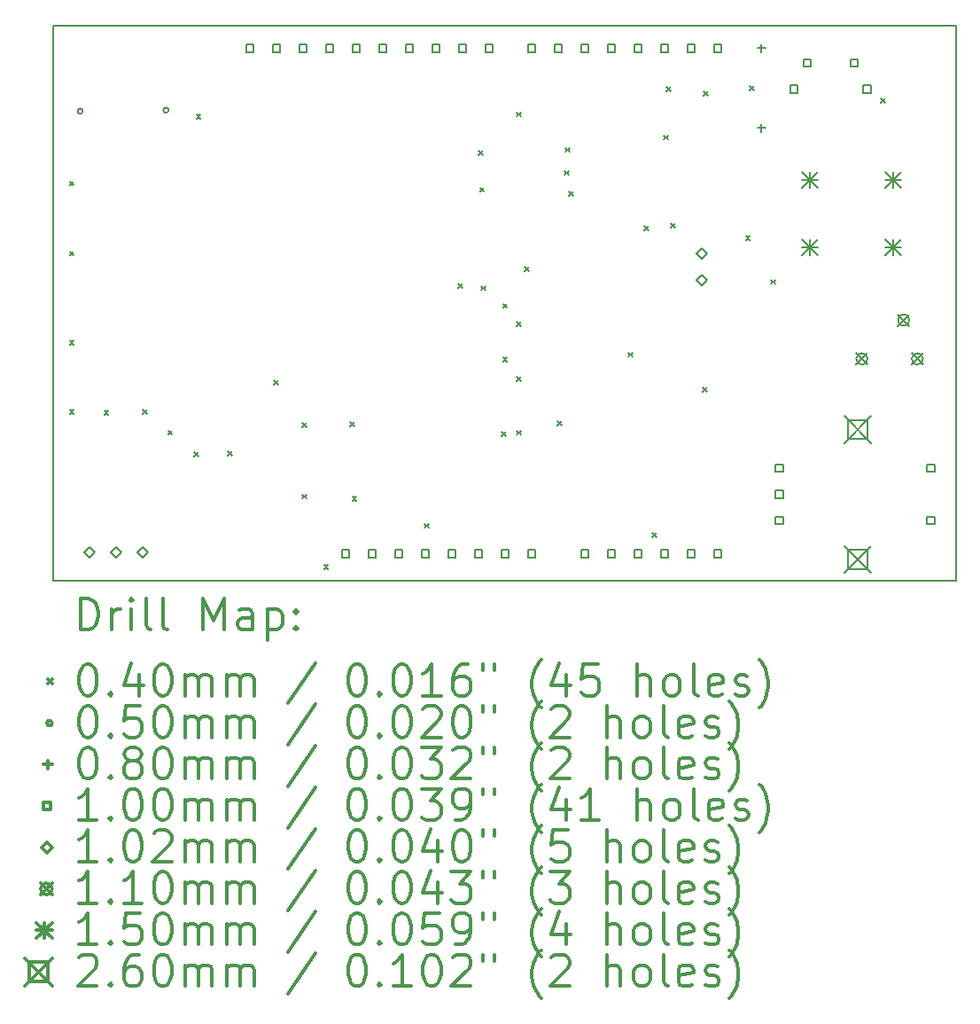
<source format=gbr>
%FSLAX45Y45*%
G04 Gerber Fmt 4.5, Leading zero omitted, Abs format (unit mm)*
G04 Created by KiCad (PCBNEW 4.0.2+dfsg1-stable) date Mi 18 Jul 2018 07:32:46 CEST*
%MOMM*%
G01*
G04 APERTURE LIST*
%ADD10C,0.127000*%
%ADD11C,0.150000*%
%ADD12C,0.200000*%
%ADD13C,0.300000*%
G04 APERTURE END LIST*
D10*
D11*
X5470000Y-7700000D02*
X5470000Y-13000000D01*
X14100000Y-7700000D02*
X5470000Y-7700000D01*
X14100000Y-13000000D02*
X14100000Y-7700000D01*
X5470000Y-13000000D02*
X14100000Y-13000000D01*
D12*
X5630000Y-9190000D02*
X5670000Y-9230000D01*
X5670000Y-9190000D02*
X5630000Y-9230000D01*
X5630000Y-9860000D02*
X5670000Y-9900000D01*
X5670000Y-9860000D02*
X5630000Y-9900000D01*
X5630000Y-10710000D02*
X5670000Y-10750000D01*
X5670000Y-10710000D02*
X5630000Y-10750000D01*
X5630000Y-11370000D02*
X5670000Y-11410000D01*
X5670000Y-11370000D02*
X5630000Y-11410000D01*
X5960000Y-11380000D02*
X6000000Y-11420000D01*
X6000000Y-11380000D02*
X5960000Y-11420000D01*
X6330000Y-11370000D02*
X6370000Y-11410000D01*
X6370000Y-11370000D02*
X6330000Y-11410000D01*
X6570000Y-11570000D02*
X6610000Y-11610000D01*
X6610000Y-11570000D02*
X6570000Y-11610000D01*
X6820000Y-11780000D02*
X6860000Y-11820000D01*
X6860000Y-11780000D02*
X6820000Y-11820000D01*
X6840000Y-8550000D02*
X6880000Y-8590000D01*
X6880000Y-8550000D02*
X6840000Y-8590000D01*
X7140000Y-11770000D02*
X7180000Y-11810000D01*
X7180000Y-11770000D02*
X7140000Y-11810000D01*
X7580000Y-11090000D02*
X7620000Y-11130000D01*
X7620000Y-11090000D02*
X7580000Y-11130000D01*
X7850000Y-11500000D02*
X7890000Y-11540000D01*
X7890000Y-11500000D02*
X7850000Y-11540000D01*
X7850000Y-12180000D02*
X7890000Y-12220000D01*
X7890000Y-12180000D02*
X7850000Y-12220000D01*
X8060000Y-12850000D02*
X8100000Y-12890000D01*
X8100000Y-12850000D02*
X8060000Y-12890000D01*
X8310000Y-11490000D02*
X8350000Y-11530000D01*
X8350000Y-11490000D02*
X8310000Y-11530000D01*
X8330000Y-12200000D02*
X8370000Y-12240000D01*
X8370000Y-12200000D02*
X8330000Y-12240000D01*
X9020000Y-12460000D02*
X9060000Y-12500000D01*
X9060000Y-12460000D02*
X9020000Y-12500000D01*
X9340000Y-10170000D02*
X9380000Y-10210000D01*
X9380000Y-10170000D02*
X9340000Y-10210000D01*
X9540000Y-8900000D02*
X9580000Y-8940000D01*
X9580000Y-8900000D02*
X9540000Y-8940000D01*
X9550000Y-9250000D02*
X9590000Y-9290000D01*
X9590000Y-9250000D02*
X9550000Y-9290000D01*
X9560000Y-10190000D02*
X9600000Y-10230000D01*
X9600000Y-10190000D02*
X9560000Y-10230000D01*
X9760000Y-11580000D02*
X9800000Y-11620000D01*
X9800000Y-11580000D02*
X9760000Y-11620000D01*
X9770000Y-10360000D02*
X9810000Y-10400000D01*
X9810000Y-10360000D02*
X9770000Y-10400000D01*
X9770000Y-10870000D02*
X9810000Y-10910000D01*
X9810000Y-10870000D02*
X9770000Y-10910000D01*
X9900000Y-8530000D02*
X9940000Y-8570000D01*
X9940000Y-8530000D02*
X9900000Y-8570000D01*
X9900000Y-10530000D02*
X9940000Y-10570000D01*
X9940000Y-10530000D02*
X9900000Y-10570000D01*
X9900000Y-11060000D02*
X9940000Y-11100000D01*
X9940000Y-11060000D02*
X9900000Y-11100000D01*
X9900000Y-11570000D02*
X9940000Y-11610000D01*
X9940000Y-11570000D02*
X9900000Y-11610000D01*
X9980000Y-10010000D02*
X10020000Y-10050000D01*
X10020000Y-10010000D02*
X9980000Y-10050000D01*
X10290000Y-11480000D02*
X10330000Y-11520000D01*
X10330000Y-11480000D02*
X10290000Y-11520000D01*
X10360000Y-9090000D02*
X10400000Y-9130000D01*
X10400000Y-9090000D02*
X10360000Y-9130000D01*
X10370000Y-8870000D02*
X10410000Y-8910000D01*
X10410000Y-8870000D02*
X10370000Y-8910000D01*
X10400000Y-9290000D02*
X10440000Y-9330000D01*
X10440000Y-9290000D02*
X10400000Y-9330000D01*
X10970000Y-10825000D02*
X11010000Y-10865000D01*
X11010000Y-10825000D02*
X10970000Y-10865000D01*
X11120000Y-9620000D02*
X11160000Y-9660000D01*
X11160000Y-9620000D02*
X11120000Y-9660000D01*
X11200000Y-12550000D02*
X11240000Y-12590000D01*
X11240000Y-12550000D02*
X11200000Y-12590000D01*
X11310000Y-8750000D02*
X11350000Y-8790000D01*
X11350000Y-8750000D02*
X11310000Y-8790000D01*
X11330000Y-8290000D02*
X11370000Y-8330000D01*
X11370000Y-8290000D02*
X11330000Y-8330000D01*
X11375000Y-9595000D02*
X11415000Y-9635000D01*
X11415000Y-9595000D02*
X11375000Y-9635000D01*
X11680000Y-11160000D02*
X11720000Y-11200000D01*
X11720000Y-11160000D02*
X11680000Y-11200000D01*
X11690000Y-8330000D02*
X11730000Y-8370000D01*
X11730000Y-8330000D02*
X11690000Y-8370000D01*
X12090000Y-9710000D02*
X12130000Y-9750000D01*
X12130000Y-9710000D02*
X12090000Y-9750000D01*
X12130000Y-8280000D02*
X12170000Y-8320000D01*
X12170000Y-8280000D02*
X12130000Y-8320000D01*
X12330000Y-10130000D02*
X12370000Y-10170000D01*
X12370000Y-10130000D02*
X12330000Y-10170000D01*
X13380000Y-8400000D02*
X13420000Y-8440000D01*
X13420000Y-8400000D02*
X13380000Y-8440000D01*
X5755000Y-8520000D02*
G75*
G03X5755000Y-8520000I-25000J0D01*
G01*
X6575000Y-8510000D02*
G75*
G03X6575000Y-8510000I-25000J0D01*
G01*
X12240000Y-7878995D02*
X12240000Y-7959005D01*
X12199995Y-7919000D02*
X12280005Y-7919000D01*
X12240000Y-8640995D02*
X12240000Y-8721005D01*
X12199995Y-8681000D02*
X12280005Y-8681000D01*
X7384956Y-7955356D02*
X7384956Y-7884644D01*
X7314244Y-7884644D01*
X7314244Y-7955356D01*
X7384956Y-7955356D01*
X7638956Y-7955356D02*
X7638956Y-7884644D01*
X7568244Y-7884644D01*
X7568244Y-7955356D01*
X7638956Y-7955356D01*
X7892956Y-7955356D02*
X7892956Y-7884644D01*
X7822244Y-7884644D01*
X7822244Y-7955356D01*
X7892956Y-7955356D01*
X8146956Y-7955356D02*
X8146956Y-7884644D01*
X8076244Y-7884644D01*
X8076244Y-7955356D01*
X8146956Y-7955356D01*
X8299356Y-12781356D02*
X8299356Y-12710644D01*
X8228644Y-12710644D01*
X8228644Y-12781356D01*
X8299356Y-12781356D01*
X8400956Y-7955356D02*
X8400956Y-7884644D01*
X8330244Y-7884644D01*
X8330244Y-7955356D01*
X8400956Y-7955356D01*
X8553356Y-12781356D02*
X8553356Y-12710644D01*
X8482644Y-12710644D01*
X8482644Y-12781356D01*
X8553356Y-12781356D01*
X8654956Y-7955356D02*
X8654956Y-7884644D01*
X8584244Y-7884644D01*
X8584244Y-7955356D01*
X8654956Y-7955356D01*
X8807356Y-12781356D02*
X8807356Y-12710644D01*
X8736644Y-12710644D01*
X8736644Y-12781356D01*
X8807356Y-12781356D01*
X8908956Y-7955356D02*
X8908956Y-7884644D01*
X8838244Y-7884644D01*
X8838244Y-7955356D01*
X8908956Y-7955356D01*
X9061356Y-12781356D02*
X9061356Y-12710644D01*
X8990644Y-12710644D01*
X8990644Y-12781356D01*
X9061356Y-12781356D01*
X9162956Y-7955356D02*
X9162956Y-7884644D01*
X9092244Y-7884644D01*
X9092244Y-7955356D01*
X9162956Y-7955356D01*
X9315356Y-12781356D02*
X9315356Y-12710644D01*
X9244644Y-12710644D01*
X9244644Y-12781356D01*
X9315356Y-12781356D01*
X9416956Y-7955356D02*
X9416956Y-7884644D01*
X9346244Y-7884644D01*
X9346244Y-7955356D01*
X9416956Y-7955356D01*
X9569356Y-12781356D02*
X9569356Y-12710644D01*
X9498644Y-12710644D01*
X9498644Y-12781356D01*
X9569356Y-12781356D01*
X9670956Y-7955356D02*
X9670956Y-7884644D01*
X9600244Y-7884644D01*
X9600244Y-7955356D01*
X9670956Y-7955356D01*
X9823356Y-12781356D02*
X9823356Y-12710644D01*
X9752644Y-12710644D01*
X9752644Y-12781356D01*
X9823356Y-12781356D01*
X10077356Y-7955356D02*
X10077356Y-7884644D01*
X10006644Y-7884644D01*
X10006644Y-7955356D01*
X10077356Y-7955356D01*
X10077356Y-12781356D02*
X10077356Y-12710644D01*
X10006644Y-12710644D01*
X10006644Y-12781356D01*
X10077356Y-12781356D01*
X10331356Y-7955356D02*
X10331356Y-7884644D01*
X10260644Y-7884644D01*
X10260644Y-7955356D01*
X10331356Y-7955356D01*
X10585356Y-7955356D02*
X10585356Y-7884644D01*
X10514644Y-7884644D01*
X10514644Y-7955356D01*
X10585356Y-7955356D01*
X10585356Y-12781356D02*
X10585356Y-12710644D01*
X10514644Y-12710644D01*
X10514644Y-12781356D01*
X10585356Y-12781356D01*
X10839356Y-7955356D02*
X10839356Y-7884644D01*
X10768644Y-7884644D01*
X10768644Y-7955356D01*
X10839356Y-7955356D01*
X10839356Y-12781356D02*
X10839356Y-12710644D01*
X10768644Y-12710644D01*
X10768644Y-12781356D01*
X10839356Y-12781356D01*
X11093356Y-7955356D02*
X11093356Y-7884644D01*
X11022644Y-7884644D01*
X11022644Y-7955356D01*
X11093356Y-7955356D01*
X11093356Y-12781356D02*
X11093356Y-12710644D01*
X11022644Y-12710644D01*
X11022644Y-12781356D01*
X11093356Y-12781356D01*
X11347356Y-7955356D02*
X11347356Y-7884644D01*
X11276644Y-7884644D01*
X11276644Y-7955356D01*
X11347356Y-7955356D01*
X11347356Y-12781356D02*
X11347356Y-12710644D01*
X11276644Y-12710644D01*
X11276644Y-12781356D01*
X11347356Y-12781356D01*
X11601356Y-7955356D02*
X11601356Y-7884644D01*
X11530644Y-7884644D01*
X11530644Y-7955356D01*
X11601356Y-7955356D01*
X11601356Y-12781356D02*
X11601356Y-12710644D01*
X11530644Y-12710644D01*
X11530644Y-12781356D01*
X11601356Y-12781356D01*
X11855356Y-7955356D02*
X11855356Y-7884644D01*
X11784644Y-7884644D01*
X11784644Y-7955356D01*
X11855356Y-7955356D01*
X11855356Y-12781356D02*
X11855356Y-12710644D01*
X11784644Y-12710644D01*
X11784644Y-12781356D01*
X11855356Y-12781356D01*
X12445356Y-11965356D02*
X12445356Y-11894644D01*
X12374644Y-11894644D01*
X12374644Y-11965356D01*
X12445356Y-11965356D01*
X12445356Y-12215356D02*
X12445356Y-12144644D01*
X12374644Y-12144644D01*
X12374644Y-12215356D01*
X12445356Y-12215356D01*
X12445356Y-12465356D02*
X12445356Y-12394644D01*
X12374644Y-12394644D01*
X12374644Y-12465356D01*
X12445356Y-12465356D01*
X12585356Y-8345356D02*
X12585356Y-8274644D01*
X12514644Y-8274644D01*
X12514644Y-8345356D01*
X12585356Y-8345356D01*
X12710356Y-8095356D02*
X12710356Y-8024644D01*
X12639644Y-8024644D01*
X12639644Y-8095356D01*
X12710356Y-8095356D01*
X13160356Y-8095356D02*
X13160356Y-8024644D01*
X13089644Y-8024644D01*
X13089644Y-8095356D01*
X13160356Y-8095356D01*
X13285356Y-8345356D02*
X13285356Y-8274644D01*
X13214644Y-8274644D01*
X13214644Y-8345356D01*
X13285356Y-8345356D01*
X13895356Y-11965356D02*
X13895356Y-11894644D01*
X13824644Y-11894644D01*
X13824644Y-11965356D01*
X13895356Y-11965356D01*
X13895356Y-12465356D02*
X13895356Y-12394644D01*
X13824644Y-12394644D01*
X13824644Y-12465356D01*
X13895356Y-12465356D01*
X5820000Y-12780800D02*
X5870800Y-12730000D01*
X5820000Y-12679200D01*
X5769200Y-12730000D01*
X5820000Y-12780800D01*
X6074000Y-12780800D02*
X6124800Y-12730000D01*
X6074000Y-12679200D01*
X6023200Y-12730000D01*
X6074000Y-12780800D01*
X6328000Y-12780800D02*
X6378800Y-12730000D01*
X6328000Y-12679200D01*
X6277200Y-12730000D01*
X6328000Y-12780800D01*
X11670000Y-9926800D02*
X11720800Y-9876000D01*
X11670000Y-9825200D01*
X11619200Y-9876000D01*
X11670000Y-9926800D01*
X11670000Y-10180800D02*
X11720800Y-10130000D01*
X11670000Y-10079200D01*
X11619200Y-10130000D01*
X11670000Y-10180800D01*
X13145000Y-10830000D02*
X13255000Y-10940000D01*
X13255000Y-10830000D02*
X13145000Y-10940000D01*
X13255000Y-10885000D02*
G75*
G03X13255000Y-10885000I-55000J0D01*
G01*
X13545000Y-10460000D02*
X13655000Y-10570000D01*
X13655000Y-10460000D02*
X13545000Y-10570000D01*
X13655000Y-10515000D02*
G75*
G03X13655000Y-10515000I-55000J0D01*
G01*
X13675000Y-10830000D02*
X13785000Y-10940000D01*
X13785000Y-10830000D02*
X13675000Y-10940000D01*
X13785000Y-10885000D02*
G75*
G03X13785000Y-10885000I-55000J0D01*
G01*
X12625000Y-9105000D02*
X12775000Y-9255000D01*
X12775000Y-9105000D02*
X12625000Y-9255000D01*
X12700000Y-9105000D02*
X12700000Y-9255000D01*
X12625000Y-9180000D02*
X12775000Y-9180000D01*
X12625000Y-9745000D02*
X12775000Y-9895000D01*
X12775000Y-9745000D02*
X12625000Y-9895000D01*
X12700000Y-9745000D02*
X12700000Y-9895000D01*
X12625000Y-9820000D02*
X12775000Y-9820000D01*
X13425000Y-9105000D02*
X13575000Y-9255000D01*
X13575000Y-9105000D02*
X13425000Y-9255000D01*
X13500000Y-9105000D02*
X13500000Y-9255000D01*
X13425000Y-9180000D02*
X13575000Y-9180000D01*
X13425000Y-9745000D02*
X13575000Y-9895000D01*
X13575000Y-9745000D02*
X13425000Y-9895000D01*
X13500000Y-9745000D02*
X13500000Y-9895000D01*
X13425000Y-9820000D02*
X13575000Y-9820000D01*
X13030000Y-11430000D02*
X13290000Y-11690000D01*
X13290000Y-11430000D02*
X13030000Y-11690000D01*
X13251925Y-11651925D02*
X13251925Y-11468075D01*
X13068075Y-11468075D01*
X13068075Y-11651925D01*
X13251925Y-11651925D01*
X13030000Y-12670000D02*
X13290000Y-12930000D01*
X13290000Y-12670000D02*
X13030000Y-12930000D01*
X13251925Y-12891925D02*
X13251925Y-12708075D01*
X13068075Y-12708075D01*
X13068075Y-12891925D01*
X13251925Y-12891925D01*
D13*
X5733928Y-13473214D02*
X5733928Y-13173214D01*
X5805357Y-13173214D01*
X5848214Y-13187500D01*
X5876786Y-13216071D01*
X5891071Y-13244643D01*
X5905357Y-13301786D01*
X5905357Y-13344643D01*
X5891071Y-13401786D01*
X5876786Y-13430357D01*
X5848214Y-13458929D01*
X5805357Y-13473214D01*
X5733928Y-13473214D01*
X6033928Y-13473214D02*
X6033928Y-13273214D01*
X6033928Y-13330357D02*
X6048214Y-13301786D01*
X6062500Y-13287500D01*
X6091071Y-13273214D01*
X6119643Y-13273214D01*
X6219643Y-13473214D02*
X6219643Y-13273214D01*
X6219643Y-13173214D02*
X6205357Y-13187500D01*
X6219643Y-13201786D01*
X6233928Y-13187500D01*
X6219643Y-13173214D01*
X6219643Y-13201786D01*
X6405357Y-13473214D02*
X6376786Y-13458929D01*
X6362500Y-13430357D01*
X6362500Y-13173214D01*
X6562500Y-13473214D02*
X6533928Y-13458929D01*
X6519643Y-13430357D01*
X6519643Y-13173214D01*
X6905357Y-13473214D02*
X6905357Y-13173214D01*
X7005357Y-13387500D01*
X7105357Y-13173214D01*
X7105357Y-13473214D01*
X7376786Y-13473214D02*
X7376786Y-13316071D01*
X7362500Y-13287500D01*
X7333928Y-13273214D01*
X7276786Y-13273214D01*
X7248214Y-13287500D01*
X7376786Y-13458929D02*
X7348214Y-13473214D01*
X7276786Y-13473214D01*
X7248214Y-13458929D01*
X7233928Y-13430357D01*
X7233928Y-13401786D01*
X7248214Y-13373214D01*
X7276786Y-13358929D01*
X7348214Y-13358929D01*
X7376786Y-13344643D01*
X7519643Y-13273214D02*
X7519643Y-13573214D01*
X7519643Y-13287500D02*
X7548214Y-13273214D01*
X7605357Y-13273214D01*
X7633928Y-13287500D01*
X7648214Y-13301786D01*
X7662500Y-13330357D01*
X7662500Y-13416071D01*
X7648214Y-13444643D01*
X7633928Y-13458929D01*
X7605357Y-13473214D01*
X7548214Y-13473214D01*
X7519643Y-13458929D01*
X7791071Y-13444643D02*
X7805357Y-13458929D01*
X7791071Y-13473214D01*
X7776786Y-13458929D01*
X7791071Y-13444643D01*
X7791071Y-13473214D01*
X7791071Y-13287500D02*
X7805357Y-13301786D01*
X7791071Y-13316071D01*
X7776786Y-13301786D01*
X7791071Y-13287500D01*
X7791071Y-13316071D01*
X5422500Y-13947500D02*
X5462500Y-13987500D01*
X5462500Y-13947500D02*
X5422500Y-13987500D01*
X5791071Y-13803214D02*
X5819643Y-13803214D01*
X5848214Y-13817500D01*
X5862500Y-13831786D01*
X5876786Y-13860357D01*
X5891071Y-13917500D01*
X5891071Y-13988929D01*
X5876786Y-14046071D01*
X5862500Y-14074643D01*
X5848214Y-14088929D01*
X5819643Y-14103214D01*
X5791071Y-14103214D01*
X5762500Y-14088929D01*
X5748214Y-14074643D01*
X5733928Y-14046071D01*
X5719643Y-13988929D01*
X5719643Y-13917500D01*
X5733928Y-13860357D01*
X5748214Y-13831786D01*
X5762500Y-13817500D01*
X5791071Y-13803214D01*
X6019643Y-14074643D02*
X6033928Y-14088929D01*
X6019643Y-14103214D01*
X6005357Y-14088929D01*
X6019643Y-14074643D01*
X6019643Y-14103214D01*
X6291071Y-13903214D02*
X6291071Y-14103214D01*
X6219643Y-13788929D02*
X6148214Y-14003214D01*
X6333928Y-14003214D01*
X6505357Y-13803214D02*
X6533928Y-13803214D01*
X6562500Y-13817500D01*
X6576786Y-13831786D01*
X6591071Y-13860357D01*
X6605357Y-13917500D01*
X6605357Y-13988929D01*
X6591071Y-14046071D01*
X6576786Y-14074643D01*
X6562500Y-14088929D01*
X6533928Y-14103214D01*
X6505357Y-14103214D01*
X6476786Y-14088929D01*
X6462500Y-14074643D01*
X6448214Y-14046071D01*
X6433928Y-13988929D01*
X6433928Y-13917500D01*
X6448214Y-13860357D01*
X6462500Y-13831786D01*
X6476786Y-13817500D01*
X6505357Y-13803214D01*
X6733928Y-14103214D02*
X6733928Y-13903214D01*
X6733928Y-13931786D02*
X6748214Y-13917500D01*
X6776786Y-13903214D01*
X6819643Y-13903214D01*
X6848214Y-13917500D01*
X6862500Y-13946071D01*
X6862500Y-14103214D01*
X6862500Y-13946071D02*
X6876786Y-13917500D01*
X6905357Y-13903214D01*
X6948214Y-13903214D01*
X6976786Y-13917500D01*
X6991071Y-13946071D01*
X6991071Y-14103214D01*
X7133928Y-14103214D02*
X7133928Y-13903214D01*
X7133928Y-13931786D02*
X7148214Y-13917500D01*
X7176786Y-13903214D01*
X7219643Y-13903214D01*
X7248214Y-13917500D01*
X7262500Y-13946071D01*
X7262500Y-14103214D01*
X7262500Y-13946071D02*
X7276786Y-13917500D01*
X7305357Y-13903214D01*
X7348214Y-13903214D01*
X7376786Y-13917500D01*
X7391071Y-13946071D01*
X7391071Y-14103214D01*
X7976786Y-13788929D02*
X7719643Y-14174643D01*
X8362500Y-13803214D02*
X8391071Y-13803214D01*
X8419643Y-13817500D01*
X8433928Y-13831786D01*
X8448214Y-13860357D01*
X8462500Y-13917500D01*
X8462500Y-13988929D01*
X8448214Y-14046071D01*
X8433928Y-14074643D01*
X8419643Y-14088929D01*
X8391071Y-14103214D01*
X8362500Y-14103214D01*
X8333928Y-14088929D01*
X8319643Y-14074643D01*
X8305357Y-14046071D01*
X8291071Y-13988929D01*
X8291071Y-13917500D01*
X8305357Y-13860357D01*
X8319643Y-13831786D01*
X8333928Y-13817500D01*
X8362500Y-13803214D01*
X8591071Y-14074643D02*
X8605357Y-14088929D01*
X8591071Y-14103214D01*
X8576786Y-14088929D01*
X8591071Y-14074643D01*
X8591071Y-14103214D01*
X8791071Y-13803214D02*
X8819643Y-13803214D01*
X8848214Y-13817500D01*
X8862500Y-13831786D01*
X8876786Y-13860357D01*
X8891071Y-13917500D01*
X8891071Y-13988929D01*
X8876786Y-14046071D01*
X8862500Y-14074643D01*
X8848214Y-14088929D01*
X8819643Y-14103214D01*
X8791071Y-14103214D01*
X8762500Y-14088929D01*
X8748214Y-14074643D01*
X8733928Y-14046071D01*
X8719643Y-13988929D01*
X8719643Y-13917500D01*
X8733928Y-13860357D01*
X8748214Y-13831786D01*
X8762500Y-13817500D01*
X8791071Y-13803214D01*
X9176786Y-14103214D02*
X9005357Y-14103214D01*
X9091071Y-14103214D02*
X9091071Y-13803214D01*
X9062500Y-13846071D01*
X9033928Y-13874643D01*
X9005357Y-13888929D01*
X9433928Y-13803214D02*
X9376786Y-13803214D01*
X9348214Y-13817500D01*
X9333928Y-13831786D01*
X9305357Y-13874643D01*
X9291071Y-13931786D01*
X9291071Y-14046071D01*
X9305357Y-14074643D01*
X9319643Y-14088929D01*
X9348214Y-14103214D01*
X9405357Y-14103214D01*
X9433928Y-14088929D01*
X9448214Y-14074643D01*
X9462500Y-14046071D01*
X9462500Y-13974643D01*
X9448214Y-13946071D01*
X9433928Y-13931786D01*
X9405357Y-13917500D01*
X9348214Y-13917500D01*
X9319643Y-13931786D01*
X9305357Y-13946071D01*
X9291071Y-13974643D01*
X9576786Y-13803214D02*
X9576786Y-13860357D01*
X9691071Y-13803214D02*
X9691071Y-13860357D01*
X10133928Y-14217500D02*
X10119643Y-14203214D01*
X10091071Y-14160357D01*
X10076786Y-14131786D01*
X10062500Y-14088929D01*
X10048214Y-14017500D01*
X10048214Y-13960357D01*
X10062500Y-13888929D01*
X10076786Y-13846071D01*
X10091071Y-13817500D01*
X10119643Y-13774643D01*
X10133928Y-13760357D01*
X10376786Y-13903214D02*
X10376786Y-14103214D01*
X10305357Y-13788929D02*
X10233928Y-14003214D01*
X10419643Y-14003214D01*
X10676786Y-13803214D02*
X10533928Y-13803214D01*
X10519643Y-13946071D01*
X10533928Y-13931786D01*
X10562500Y-13917500D01*
X10633928Y-13917500D01*
X10662500Y-13931786D01*
X10676786Y-13946071D01*
X10691071Y-13974643D01*
X10691071Y-14046071D01*
X10676786Y-14074643D01*
X10662500Y-14088929D01*
X10633928Y-14103214D01*
X10562500Y-14103214D01*
X10533928Y-14088929D01*
X10519643Y-14074643D01*
X11048214Y-14103214D02*
X11048214Y-13803214D01*
X11176786Y-14103214D02*
X11176786Y-13946071D01*
X11162500Y-13917500D01*
X11133928Y-13903214D01*
X11091071Y-13903214D01*
X11062500Y-13917500D01*
X11048214Y-13931786D01*
X11362500Y-14103214D02*
X11333928Y-14088929D01*
X11319643Y-14074643D01*
X11305357Y-14046071D01*
X11305357Y-13960357D01*
X11319643Y-13931786D01*
X11333928Y-13917500D01*
X11362500Y-13903214D01*
X11405357Y-13903214D01*
X11433928Y-13917500D01*
X11448214Y-13931786D01*
X11462500Y-13960357D01*
X11462500Y-14046071D01*
X11448214Y-14074643D01*
X11433928Y-14088929D01*
X11405357Y-14103214D01*
X11362500Y-14103214D01*
X11633928Y-14103214D02*
X11605357Y-14088929D01*
X11591071Y-14060357D01*
X11591071Y-13803214D01*
X11862500Y-14088929D02*
X11833928Y-14103214D01*
X11776786Y-14103214D01*
X11748214Y-14088929D01*
X11733928Y-14060357D01*
X11733928Y-13946071D01*
X11748214Y-13917500D01*
X11776786Y-13903214D01*
X11833928Y-13903214D01*
X11862500Y-13917500D01*
X11876786Y-13946071D01*
X11876786Y-13974643D01*
X11733928Y-14003214D01*
X11991071Y-14088929D02*
X12019643Y-14103214D01*
X12076786Y-14103214D01*
X12105357Y-14088929D01*
X12119643Y-14060357D01*
X12119643Y-14046071D01*
X12105357Y-14017500D01*
X12076786Y-14003214D01*
X12033928Y-14003214D01*
X12005357Y-13988929D01*
X11991071Y-13960357D01*
X11991071Y-13946071D01*
X12005357Y-13917500D01*
X12033928Y-13903214D01*
X12076786Y-13903214D01*
X12105357Y-13917500D01*
X12219643Y-14217500D02*
X12233928Y-14203214D01*
X12262500Y-14160357D01*
X12276786Y-14131786D01*
X12291071Y-14088929D01*
X12305357Y-14017500D01*
X12305357Y-13960357D01*
X12291071Y-13888929D01*
X12276786Y-13846071D01*
X12262500Y-13817500D01*
X12233928Y-13774643D01*
X12219643Y-13760357D01*
X5462500Y-14363500D02*
G75*
G03X5462500Y-14363500I-25000J0D01*
G01*
X5791071Y-14199214D02*
X5819643Y-14199214D01*
X5848214Y-14213500D01*
X5862500Y-14227786D01*
X5876786Y-14256357D01*
X5891071Y-14313500D01*
X5891071Y-14384929D01*
X5876786Y-14442071D01*
X5862500Y-14470643D01*
X5848214Y-14484929D01*
X5819643Y-14499214D01*
X5791071Y-14499214D01*
X5762500Y-14484929D01*
X5748214Y-14470643D01*
X5733928Y-14442071D01*
X5719643Y-14384929D01*
X5719643Y-14313500D01*
X5733928Y-14256357D01*
X5748214Y-14227786D01*
X5762500Y-14213500D01*
X5791071Y-14199214D01*
X6019643Y-14470643D02*
X6033928Y-14484929D01*
X6019643Y-14499214D01*
X6005357Y-14484929D01*
X6019643Y-14470643D01*
X6019643Y-14499214D01*
X6305357Y-14199214D02*
X6162500Y-14199214D01*
X6148214Y-14342071D01*
X6162500Y-14327786D01*
X6191071Y-14313500D01*
X6262500Y-14313500D01*
X6291071Y-14327786D01*
X6305357Y-14342071D01*
X6319643Y-14370643D01*
X6319643Y-14442071D01*
X6305357Y-14470643D01*
X6291071Y-14484929D01*
X6262500Y-14499214D01*
X6191071Y-14499214D01*
X6162500Y-14484929D01*
X6148214Y-14470643D01*
X6505357Y-14199214D02*
X6533928Y-14199214D01*
X6562500Y-14213500D01*
X6576786Y-14227786D01*
X6591071Y-14256357D01*
X6605357Y-14313500D01*
X6605357Y-14384929D01*
X6591071Y-14442071D01*
X6576786Y-14470643D01*
X6562500Y-14484929D01*
X6533928Y-14499214D01*
X6505357Y-14499214D01*
X6476786Y-14484929D01*
X6462500Y-14470643D01*
X6448214Y-14442071D01*
X6433928Y-14384929D01*
X6433928Y-14313500D01*
X6448214Y-14256357D01*
X6462500Y-14227786D01*
X6476786Y-14213500D01*
X6505357Y-14199214D01*
X6733928Y-14499214D02*
X6733928Y-14299214D01*
X6733928Y-14327786D02*
X6748214Y-14313500D01*
X6776786Y-14299214D01*
X6819643Y-14299214D01*
X6848214Y-14313500D01*
X6862500Y-14342071D01*
X6862500Y-14499214D01*
X6862500Y-14342071D02*
X6876786Y-14313500D01*
X6905357Y-14299214D01*
X6948214Y-14299214D01*
X6976786Y-14313500D01*
X6991071Y-14342071D01*
X6991071Y-14499214D01*
X7133928Y-14499214D02*
X7133928Y-14299214D01*
X7133928Y-14327786D02*
X7148214Y-14313500D01*
X7176786Y-14299214D01*
X7219643Y-14299214D01*
X7248214Y-14313500D01*
X7262500Y-14342071D01*
X7262500Y-14499214D01*
X7262500Y-14342071D02*
X7276786Y-14313500D01*
X7305357Y-14299214D01*
X7348214Y-14299214D01*
X7376786Y-14313500D01*
X7391071Y-14342071D01*
X7391071Y-14499214D01*
X7976786Y-14184929D02*
X7719643Y-14570643D01*
X8362500Y-14199214D02*
X8391071Y-14199214D01*
X8419643Y-14213500D01*
X8433928Y-14227786D01*
X8448214Y-14256357D01*
X8462500Y-14313500D01*
X8462500Y-14384929D01*
X8448214Y-14442071D01*
X8433928Y-14470643D01*
X8419643Y-14484929D01*
X8391071Y-14499214D01*
X8362500Y-14499214D01*
X8333928Y-14484929D01*
X8319643Y-14470643D01*
X8305357Y-14442071D01*
X8291071Y-14384929D01*
X8291071Y-14313500D01*
X8305357Y-14256357D01*
X8319643Y-14227786D01*
X8333928Y-14213500D01*
X8362500Y-14199214D01*
X8591071Y-14470643D02*
X8605357Y-14484929D01*
X8591071Y-14499214D01*
X8576786Y-14484929D01*
X8591071Y-14470643D01*
X8591071Y-14499214D01*
X8791071Y-14199214D02*
X8819643Y-14199214D01*
X8848214Y-14213500D01*
X8862500Y-14227786D01*
X8876786Y-14256357D01*
X8891071Y-14313500D01*
X8891071Y-14384929D01*
X8876786Y-14442071D01*
X8862500Y-14470643D01*
X8848214Y-14484929D01*
X8819643Y-14499214D01*
X8791071Y-14499214D01*
X8762500Y-14484929D01*
X8748214Y-14470643D01*
X8733928Y-14442071D01*
X8719643Y-14384929D01*
X8719643Y-14313500D01*
X8733928Y-14256357D01*
X8748214Y-14227786D01*
X8762500Y-14213500D01*
X8791071Y-14199214D01*
X9005357Y-14227786D02*
X9019643Y-14213500D01*
X9048214Y-14199214D01*
X9119643Y-14199214D01*
X9148214Y-14213500D01*
X9162500Y-14227786D01*
X9176786Y-14256357D01*
X9176786Y-14284929D01*
X9162500Y-14327786D01*
X8991071Y-14499214D01*
X9176786Y-14499214D01*
X9362500Y-14199214D02*
X9391071Y-14199214D01*
X9419643Y-14213500D01*
X9433928Y-14227786D01*
X9448214Y-14256357D01*
X9462500Y-14313500D01*
X9462500Y-14384929D01*
X9448214Y-14442071D01*
X9433928Y-14470643D01*
X9419643Y-14484929D01*
X9391071Y-14499214D01*
X9362500Y-14499214D01*
X9333928Y-14484929D01*
X9319643Y-14470643D01*
X9305357Y-14442071D01*
X9291071Y-14384929D01*
X9291071Y-14313500D01*
X9305357Y-14256357D01*
X9319643Y-14227786D01*
X9333928Y-14213500D01*
X9362500Y-14199214D01*
X9576786Y-14199214D02*
X9576786Y-14256357D01*
X9691071Y-14199214D02*
X9691071Y-14256357D01*
X10133928Y-14613500D02*
X10119643Y-14599214D01*
X10091071Y-14556357D01*
X10076786Y-14527786D01*
X10062500Y-14484929D01*
X10048214Y-14413500D01*
X10048214Y-14356357D01*
X10062500Y-14284929D01*
X10076786Y-14242071D01*
X10091071Y-14213500D01*
X10119643Y-14170643D01*
X10133928Y-14156357D01*
X10233928Y-14227786D02*
X10248214Y-14213500D01*
X10276786Y-14199214D01*
X10348214Y-14199214D01*
X10376786Y-14213500D01*
X10391071Y-14227786D01*
X10405357Y-14256357D01*
X10405357Y-14284929D01*
X10391071Y-14327786D01*
X10219643Y-14499214D01*
X10405357Y-14499214D01*
X10762500Y-14499214D02*
X10762500Y-14199214D01*
X10891071Y-14499214D02*
X10891071Y-14342071D01*
X10876786Y-14313500D01*
X10848214Y-14299214D01*
X10805357Y-14299214D01*
X10776786Y-14313500D01*
X10762500Y-14327786D01*
X11076786Y-14499214D02*
X11048214Y-14484929D01*
X11033928Y-14470643D01*
X11019643Y-14442071D01*
X11019643Y-14356357D01*
X11033928Y-14327786D01*
X11048214Y-14313500D01*
X11076786Y-14299214D01*
X11119643Y-14299214D01*
X11148214Y-14313500D01*
X11162500Y-14327786D01*
X11176786Y-14356357D01*
X11176786Y-14442071D01*
X11162500Y-14470643D01*
X11148214Y-14484929D01*
X11119643Y-14499214D01*
X11076786Y-14499214D01*
X11348214Y-14499214D02*
X11319643Y-14484929D01*
X11305357Y-14456357D01*
X11305357Y-14199214D01*
X11576786Y-14484929D02*
X11548214Y-14499214D01*
X11491071Y-14499214D01*
X11462500Y-14484929D01*
X11448214Y-14456357D01*
X11448214Y-14342071D01*
X11462500Y-14313500D01*
X11491071Y-14299214D01*
X11548214Y-14299214D01*
X11576786Y-14313500D01*
X11591071Y-14342071D01*
X11591071Y-14370643D01*
X11448214Y-14399214D01*
X11705357Y-14484929D02*
X11733928Y-14499214D01*
X11791071Y-14499214D01*
X11819643Y-14484929D01*
X11833928Y-14456357D01*
X11833928Y-14442071D01*
X11819643Y-14413500D01*
X11791071Y-14399214D01*
X11748214Y-14399214D01*
X11719643Y-14384929D01*
X11705357Y-14356357D01*
X11705357Y-14342071D01*
X11719643Y-14313500D01*
X11748214Y-14299214D01*
X11791071Y-14299214D01*
X11819643Y-14313500D01*
X11933928Y-14613500D02*
X11948214Y-14599214D01*
X11976786Y-14556357D01*
X11991071Y-14527786D01*
X12005357Y-14484929D01*
X12019643Y-14413500D01*
X12019643Y-14356357D01*
X12005357Y-14284929D01*
X11991071Y-14242071D01*
X11976786Y-14213500D01*
X11948214Y-14170643D01*
X11933928Y-14156357D01*
X5422495Y-14719495D02*
X5422495Y-14799505D01*
X5382490Y-14759500D02*
X5462500Y-14759500D01*
X5791071Y-14595214D02*
X5819643Y-14595214D01*
X5848214Y-14609500D01*
X5862500Y-14623786D01*
X5876786Y-14652357D01*
X5891071Y-14709500D01*
X5891071Y-14780929D01*
X5876786Y-14838071D01*
X5862500Y-14866643D01*
X5848214Y-14880929D01*
X5819643Y-14895214D01*
X5791071Y-14895214D01*
X5762500Y-14880929D01*
X5748214Y-14866643D01*
X5733928Y-14838071D01*
X5719643Y-14780929D01*
X5719643Y-14709500D01*
X5733928Y-14652357D01*
X5748214Y-14623786D01*
X5762500Y-14609500D01*
X5791071Y-14595214D01*
X6019643Y-14866643D02*
X6033928Y-14880929D01*
X6019643Y-14895214D01*
X6005357Y-14880929D01*
X6019643Y-14866643D01*
X6019643Y-14895214D01*
X6205357Y-14723786D02*
X6176786Y-14709500D01*
X6162500Y-14695214D01*
X6148214Y-14666643D01*
X6148214Y-14652357D01*
X6162500Y-14623786D01*
X6176786Y-14609500D01*
X6205357Y-14595214D01*
X6262500Y-14595214D01*
X6291071Y-14609500D01*
X6305357Y-14623786D01*
X6319643Y-14652357D01*
X6319643Y-14666643D01*
X6305357Y-14695214D01*
X6291071Y-14709500D01*
X6262500Y-14723786D01*
X6205357Y-14723786D01*
X6176786Y-14738071D01*
X6162500Y-14752357D01*
X6148214Y-14780929D01*
X6148214Y-14838071D01*
X6162500Y-14866643D01*
X6176786Y-14880929D01*
X6205357Y-14895214D01*
X6262500Y-14895214D01*
X6291071Y-14880929D01*
X6305357Y-14866643D01*
X6319643Y-14838071D01*
X6319643Y-14780929D01*
X6305357Y-14752357D01*
X6291071Y-14738071D01*
X6262500Y-14723786D01*
X6505357Y-14595214D02*
X6533928Y-14595214D01*
X6562500Y-14609500D01*
X6576786Y-14623786D01*
X6591071Y-14652357D01*
X6605357Y-14709500D01*
X6605357Y-14780929D01*
X6591071Y-14838071D01*
X6576786Y-14866643D01*
X6562500Y-14880929D01*
X6533928Y-14895214D01*
X6505357Y-14895214D01*
X6476786Y-14880929D01*
X6462500Y-14866643D01*
X6448214Y-14838071D01*
X6433928Y-14780929D01*
X6433928Y-14709500D01*
X6448214Y-14652357D01*
X6462500Y-14623786D01*
X6476786Y-14609500D01*
X6505357Y-14595214D01*
X6733928Y-14895214D02*
X6733928Y-14695214D01*
X6733928Y-14723786D02*
X6748214Y-14709500D01*
X6776786Y-14695214D01*
X6819643Y-14695214D01*
X6848214Y-14709500D01*
X6862500Y-14738071D01*
X6862500Y-14895214D01*
X6862500Y-14738071D02*
X6876786Y-14709500D01*
X6905357Y-14695214D01*
X6948214Y-14695214D01*
X6976786Y-14709500D01*
X6991071Y-14738071D01*
X6991071Y-14895214D01*
X7133928Y-14895214D02*
X7133928Y-14695214D01*
X7133928Y-14723786D02*
X7148214Y-14709500D01*
X7176786Y-14695214D01*
X7219643Y-14695214D01*
X7248214Y-14709500D01*
X7262500Y-14738071D01*
X7262500Y-14895214D01*
X7262500Y-14738071D02*
X7276786Y-14709500D01*
X7305357Y-14695214D01*
X7348214Y-14695214D01*
X7376786Y-14709500D01*
X7391071Y-14738071D01*
X7391071Y-14895214D01*
X7976786Y-14580929D02*
X7719643Y-14966643D01*
X8362500Y-14595214D02*
X8391071Y-14595214D01*
X8419643Y-14609500D01*
X8433928Y-14623786D01*
X8448214Y-14652357D01*
X8462500Y-14709500D01*
X8462500Y-14780929D01*
X8448214Y-14838071D01*
X8433928Y-14866643D01*
X8419643Y-14880929D01*
X8391071Y-14895214D01*
X8362500Y-14895214D01*
X8333928Y-14880929D01*
X8319643Y-14866643D01*
X8305357Y-14838071D01*
X8291071Y-14780929D01*
X8291071Y-14709500D01*
X8305357Y-14652357D01*
X8319643Y-14623786D01*
X8333928Y-14609500D01*
X8362500Y-14595214D01*
X8591071Y-14866643D02*
X8605357Y-14880929D01*
X8591071Y-14895214D01*
X8576786Y-14880929D01*
X8591071Y-14866643D01*
X8591071Y-14895214D01*
X8791071Y-14595214D02*
X8819643Y-14595214D01*
X8848214Y-14609500D01*
X8862500Y-14623786D01*
X8876786Y-14652357D01*
X8891071Y-14709500D01*
X8891071Y-14780929D01*
X8876786Y-14838071D01*
X8862500Y-14866643D01*
X8848214Y-14880929D01*
X8819643Y-14895214D01*
X8791071Y-14895214D01*
X8762500Y-14880929D01*
X8748214Y-14866643D01*
X8733928Y-14838071D01*
X8719643Y-14780929D01*
X8719643Y-14709500D01*
X8733928Y-14652357D01*
X8748214Y-14623786D01*
X8762500Y-14609500D01*
X8791071Y-14595214D01*
X8991071Y-14595214D02*
X9176786Y-14595214D01*
X9076786Y-14709500D01*
X9119643Y-14709500D01*
X9148214Y-14723786D01*
X9162500Y-14738071D01*
X9176786Y-14766643D01*
X9176786Y-14838071D01*
X9162500Y-14866643D01*
X9148214Y-14880929D01*
X9119643Y-14895214D01*
X9033928Y-14895214D01*
X9005357Y-14880929D01*
X8991071Y-14866643D01*
X9291071Y-14623786D02*
X9305357Y-14609500D01*
X9333928Y-14595214D01*
X9405357Y-14595214D01*
X9433928Y-14609500D01*
X9448214Y-14623786D01*
X9462500Y-14652357D01*
X9462500Y-14680929D01*
X9448214Y-14723786D01*
X9276786Y-14895214D01*
X9462500Y-14895214D01*
X9576786Y-14595214D02*
X9576786Y-14652357D01*
X9691071Y-14595214D02*
X9691071Y-14652357D01*
X10133928Y-15009500D02*
X10119643Y-14995214D01*
X10091071Y-14952357D01*
X10076786Y-14923786D01*
X10062500Y-14880929D01*
X10048214Y-14809500D01*
X10048214Y-14752357D01*
X10062500Y-14680929D01*
X10076786Y-14638071D01*
X10091071Y-14609500D01*
X10119643Y-14566643D01*
X10133928Y-14552357D01*
X10233928Y-14623786D02*
X10248214Y-14609500D01*
X10276786Y-14595214D01*
X10348214Y-14595214D01*
X10376786Y-14609500D01*
X10391071Y-14623786D01*
X10405357Y-14652357D01*
X10405357Y-14680929D01*
X10391071Y-14723786D01*
X10219643Y-14895214D01*
X10405357Y-14895214D01*
X10762500Y-14895214D02*
X10762500Y-14595214D01*
X10891071Y-14895214D02*
X10891071Y-14738071D01*
X10876786Y-14709500D01*
X10848214Y-14695214D01*
X10805357Y-14695214D01*
X10776786Y-14709500D01*
X10762500Y-14723786D01*
X11076786Y-14895214D02*
X11048214Y-14880929D01*
X11033928Y-14866643D01*
X11019643Y-14838071D01*
X11019643Y-14752357D01*
X11033928Y-14723786D01*
X11048214Y-14709500D01*
X11076786Y-14695214D01*
X11119643Y-14695214D01*
X11148214Y-14709500D01*
X11162500Y-14723786D01*
X11176786Y-14752357D01*
X11176786Y-14838071D01*
X11162500Y-14866643D01*
X11148214Y-14880929D01*
X11119643Y-14895214D01*
X11076786Y-14895214D01*
X11348214Y-14895214D02*
X11319643Y-14880929D01*
X11305357Y-14852357D01*
X11305357Y-14595214D01*
X11576786Y-14880929D02*
X11548214Y-14895214D01*
X11491071Y-14895214D01*
X11462500Y-14880929D01*
X11448214Y-14852357D01*
X11448214Y-14738071D01*
X11462500Y-14709500D01*
X11491071Y-14695214D01*
X11548214Y-14695214D01*
X11576786Y-14709500D01*
X11591071Y-14738071D01*
X11591071Y-14766643D01*
X11448214Y-14795214D01*
X11705357Y-14880929D02*
X11733928Y-14895214D01*
X11791071Y-14895214D01*
X11819643Y-14880929D01*
X11833928Y-14852357D01*
X11833928Y-14838071D01*
X11819643Y-14809500D01*
X11791071Y-14795214D01*
X11748214Y-14795214D01*
X11719643Y-14780929D01*
X11705357Y-14752357D01*
X11705357Y-14738071D01*
X11719643Y-14709500D01*
X11748214Y-14695214D01*
X11791071Y-14695214D01*
X11819643Y-14709500D01*
X11933928Y-15009500D02*
X11948214Y-14995214D01*
X11976786Y-14952357D01*
X11991071Y-14923786D01*
X12005357Y-14880929D01*
X12019643Y-14809500D01*
X12019643Y-14752357D01*
X12005357Y-14680929D01*
X11991071Y-14638071D01*
X11976786Y-14609500D01*
X11948214Y-14566643D01*
X11933928Y-14552357D01*
X5447856Y-15190856D02*
X5447856Y-15120144D01*
X5377144Y-15120144D01*
X5377144Y-15190856D01*
X5447856Y-15190856D01*
X5891071Y-15291214D02*
X5719643Y-15291214D01*
X5805357Y-15291214D02*
X5805357Y-14991214D01*
X5776786Y-15034071D01*
X5748214Y-15062643D01*
X5719643Y-15076929D01*
X6019643Y-15262643D02*
X6033928Y-15276929D01*
X6019643Y-15291214D01*
X6005357Y-15276929D01*
X6019643Y-15262643D01*
X6019643Y-15291214D01*
X6219643Y-14991214D02*
X6248214Y-14991214D01*
X6276786Y-15005500D01*
X6291071Y-15019786D01*
X6305357Y-15048357D01*
X6319643Y-15105500D01*
X6319643Y-15176929D01*
X6305357Y-15234071D01*
X6291071Y-15262643D01*
X6276786Y-15276929D01*
X6248214Y-15291214D01*
X6219643Y-15291214D01*
X6191071Y-15276929D01*
X6176786Y-15262643D01*
X6162500Y-15234071D01*
X6148214Y-15176929D01*
X6148214Y-15105500D01*
X6162500Y-15048357D01*
X6176786Y-15019786D01*
X6191071Y-15005500D01*
X6219643Y-14991214D01*
X6505357Y-14991214D02*
X6533928Y-14991214D01*
X6562500Y-15005500D01*
X6576786Y-15019786D01*
X6591071Y-15048357D01*
X6605357Y-15105500D01*
X6605357Y-15176929D01*
X6591071Y-15234071D01*
X6576786Y-15262643D01*
X6562500Y-15276929D01*
X6533928Y-15291214D01*
X6505357Y-15291214D01*
X6476786Y-15276929D01*
X6462500Y-15262643D01*
X6448214Y-15234071D01*
X6433928Y-15176929D01*
X6433928Y-15105500D01*
X6448214Y-15048357D01*
X6462500Y-15019786D01*
X6476786Y-15005500D01*
X6505357Y-14991214D01*
X6733928Y-15291214D02*
X6733928Y-15091214D01*
X6733928Y-15119786D02*
X6748214Y-15105500D01*
X6776786Y-15091214D01*
X6819643Y-15091214D01*
X6848214Y-15105500D01*
X6862500Y-15134071D01*
X6862500Y-15291214D01*
X6862500Y-15134071D02*
X6876786Y-15105500D01*
X6905357Y-15091214D01*
X6948214Y-15091214D01*
X6976786Y-15105500D01*
X6991071Y-15134071D01*
X6991071Y-15291214D01*
X7133928Y-15291214D02*
X7133928Y-15091214D01*
X7133928Y-15119786D02*
X7148214Y-15105500D01*
X7176786Y-15091214D01*
X7219643Y-15091214D01*
X7248214Y-15105500D01*
X7262500Y-15134071D01*
X7262500Y-15291214D01*
X7262500Y-15134071D02*
X7276786Y-15105500D01*
X7305357Y-15091214D01*
X7348214Y-15091214D01*
X7376786Y-15105500D01*
X7391071Y-15134071D01*
X7391071Y-15291214D01*
X7976786Y-14976929D02*
X7719643Y-15362643D01*
X8362500Y-14991214D02*
X8391071Y-14991214D01*
X8419643Y-15005500D01*
X8433928Y-15019786D01*
X8448214Y-15048357D01*
X8462500Y-15105500D01*
X8462500Y-15176929D01*
X8448214Y-15234071D01*
X8433928Y-15262643D01*
X8419643Y-15276929D01*
X8391071Y-15291214D01*
X8362500Y-15291214D01*
X8333928Y-15276929D01*
X8319643Y-15262643D01*
X8305357Y-15234071D01*
X8291071Y-15176929D01*
X8291071Y-15105500D01*
X8305357Y-15048357D01*
X8319643Y-15019786D01*
X8333928Y-15005500D01*
X8362500Y-14991214D01*
X8591071Y-15262643D02*
X8605357Y-15276929D01*
X8591071Y-15291214D01*
X8576786Y-15276929D01*
X8591071Y-15262643D01*
X8591071Y-15291214D01*
X8791071Y-14991214D02*
X8819643Y-14991214D01*
X8848214Y-15005500D01*
X8862500Y-15019786D01*
X8876786Y-15048357D01*
X8891071Y-15105500D01*
X8891071Y-15176929D01*
X8876786Y-15234071D01*
X8862500Y-15262643D01*
X8848214Y-15276929D01*
X8819643Y-15291214D01*
X8791071Y-15291214D01*
X8762500Y-15276929D01*
X8748214Y-15262643D01*
X8733928Y-15234071D01*
X8719643Y-15176929D01*
X8719643Y-15105500D01*
X8733928Y-15048357D01*
X8748214Y-15019786D01*
X8762500Y-15005500D01*
X8791071Y-14991214D01*
X8991071Y-14991214D02*
X9176786Y-14991214D01*
X9076786Y-15105500D01*
X9119643Y-15105500D01*
X9148214Y-15119786D01*
X9162500Y-15134071D01*
X9176786Y-15162643D01*
X9176786Y-15234071D01*
X9162500Y-15262643D01*
X9148214Y-15276929D01*
X9119643Y-15291214D01*
X9033928Y-15291214D01*
X9005357Y-15276929D01*
X8991071Y-15262643D01*
X9319643Y-15291214D02*
X9376786Y-15291214D01*
X9405357Y-15276929D01*
X9419643Y-15262643D01*
X9448214Y-15219786D01*
X9462500Y-15162643D01*
X9462500Y-15048357D01*
X9448214Y-15019786D01*
X9433928Y-15005500D01*
X9405357Y-14991214D01*
X9348214Y-14991214D01*
X9319643Y-15005500D01*
X9305357Y-15019786D01*
X9291071Y-15048357D01*
X9291071Y-15119786D01*
X9305357Y-15148357D01*
X9319643Y-15162643D01*
X9348214Y-15176929D01*
X9405357Y-15176929D01*
X9433928Y-15162643D01*
X9448214Y-15148357D01*
X9462500Y-15119786D01*
X9576786Y-14991214D02*
X9576786Y-15048357D01*
X9691071Y-14991214D02*
X9691071Y-15048357D01*
X10133928Y-15405500D02*
X10119643Y-15391214D01*
X10091071Y-15348357D01*
X10076786Y-15319786D01*
X10062500Y-15276929D01*
X10048214Y-15205500D01*
X10048214Y-15148357D01*
X10062500Y-15076929D01*
X10076786Y-15034071D01*
X10091071Y-15005500D01*
X10119643Y-14962643D01*
X10133928Y-14948357D01*
X10376786Y-15091214D02*
X10376786Y-15291214D01*
X10305357Y-14976929D02*
X10233928Y-15191214D01*
X10419643Y-15191214D01*
X10691071Y-15291214D02*
X10519643Y-15291214D01*
X10605357Y-15291214D02*
X10605357Y-14991214D01*
X10576786Y-15034071D01*
X10548214Y-15062643D01*
X10519643Y-15076929D01*
X11048214Y-15291214D02*
X11048214Y-14991214D01*
X11176786Y-15291214D02*
X11176786Y-15134071D01*
X11162500Y-15105500D01*
X11133928Y-15091214D01*
X11091071Y-15091214D01*
X11062500Y-15105500D01*
X11048214Y-15119786D01*
X11362500Y-15291214D02*
X11333928Y-15276929D01*
X11319643Y-15262643D01*
X11305357Y-15234071D01*
X11305357Y-15148357D01*
X11319643Y-15119786D01*
X11333928Y-15105500D01*
X11362500Y-15091214D01*
X11405357Y-15091214D01*
X11433928Y-15105500D01*
X11448214Y-15119786D01*
X11462500Y-15148357D01*
X11462500Y-15234071D01*
X11448214Y-15262643D01*
X11433928Y-15276929D01*
X11405357Y-15291214D01*
X11362500Y-15291214D01*
X11633928Y-15291214D02*
X11605357Y-15276929D01*
X11591071Y-15248357D01*
X11591071Y-14991214D01*
X11862500Y-15276929D02*
X11833928Y-15291214D01*
X11776786Y-15291214D01*
X11748214Y-15276929D01*
X11733928Y-15248357D01*
X11733928Y-15134071D01*
X11748214Y-15105500D01*
X11776786Y-15091214D01*
X11833928Y-15091214D01*
X11862500Y-15105500D01*
X11876786Y-15134071D01*
X11876786Y-15162643D01*
X11733928Y-15191214D01*
X11991071Y-15276929D02*
X12019643Y-15291214D01*
X12076786Y-15291214D01*
X12105357Y-15276929D01*
X12119643Y-15248357D01*
X12119643Y-15234071D01*
X12105357Y-15205500D01*
X12076786Y-15191214D01*
X12033928Y-15191214D01*
X12005357Y-15176929D01*
X11991071Y-15148357D01*
X11991071Y-15134071D01*
X12005357Y-15105500D01*
X12033928Y-15091214D01*
X12076786Y-15091214D01*
X12105357Y-15105500D01*
X12219643Y-15405500D02*
X12233928Y-15391214D01*
X12262500Y-15348357D01*
X12276786Y-15319786D01*
X12291071Y-15276929D01*
X12305357Y-15205500D01*
X12305357Y-15148357D01*
X12291071Y-15076929D01*
X12276786Y-15034071D01*
X12262500Y-15005500D01*
X12233928Y-14962643D01*
X12219643Y-14948357D01*
X5411700Y-15602300D02*
X5462500Y-15551500D01*
X5411700Y-15500700D01*
X5360900Y-15551500D01*
X5411700Y-15602300D01*
X5891071Y-15687214D02*
X5719643Y-15687214D01*
X5805357Y-15687214D02*
X5805357Y-15387214D01*
X5776786Y-15430071D01*
X5748214Y-15458643D01*
X5719643Y-15472929D01*
X6019643Y-15658643D02*
X6033928Y-15672929D01*
X6019643Y-15687214D01*
X6005357Y-15672929D01*
X6019643Y-15658643D01*
X6019643Y-15687214D01*
X6219643Y-15387214D02*
X6248214Y-15387214D01*
X6276786Y-15401500D01*
X6291071Y-15415786D01*
X6305357Y-15444357D01*
X6319643Y-15501500D01*
X6319643Y-15572929D01*
X6305357Y-15630071D01*
X6291071Y-15658643D01*
X6276786Y-15672929D01*
X6248214Y-15687214D01*
X6219643Y-15687214D01*
X6191071Y-15672929D01*
X6176786Y-15658643D01*
X6162500Y-15630071D01*
X6148214Y-15572929D01*
X6148214Y-15501500D01*
X6162500Y-15444357D01*
X6176786Y-15415786D01*
X6191071Y-15401500D01*
X6219643Y-15387214D01*
X6433928Y-15415786D02*
X6448214Y-15401500D01*
X6476786Y-15387214D01*
X6548214Y-15387214D01*
X6576786Y-15401500D01*
X6591071Y-15415786D01*
X6605357Y-15444357D01*
X6605357Y-15472929D01*
X6591071Y-15515786D01*
X6419643Y-15687214D01*
X6605357Y-15687214D01*
X6733928Y-15687214D02*
X6733928Y-15487214D01*
X6733928Y-15515786D02*
X6748214Y-15501500D01*
X6776786Y-15487214D01*
X6819643Y-15487214D01*
X6848214Y-15501500D01*
X6862500Y-15530071D01*
X6862500Y-15687214D01*
X6862500Y-15530071D02*
X6876786Y-15501500D01*
X6905357Y-15487214D01*
X6948214Y-15487214D01*
X6976786Y-15501500D01*
X6991071Y-15530071D01*
X6991071Y-15687214D01*
X7133928Y-15687214D02*
X7133928Y-15487214D01*
X7133928Y-15515786D02*
X7148214Y-15501500D01*
X7176786Y-15487214D01*
X7219643Y-15487214D01*
X7248214Y-15501500D01*
X7262500Y-15530071D01*
X7262500Y-15687214D01*
X7262500Y-15530071D02*
X7276786Y-15501500D01*
X7305357Y-15487214D01*
X7348214Y-15487214D01*
X7376786Y-15501500D01*
X7391071Y-15530071D01*
X7391071Y-15687214D01*
X7976786Y-15372929D02*
X7719643Y-15758643D01*
X8362500Y-15387214D02*
X8391071Y-15387214D01*
X8419643Y-15401500D01*
X8433928Y-15415786D01*
X8448214Y-15444357D01*
X8462500Y-15501500D01*
X8462500Y-15572929D01*
X8448214Y-15630071D01*
X8433928Y-15658643D01*
X8419643Y-15672929D01*
X8391071Y-15687214D01*
X8362500Y-15687214D01*
X8333928Y-15672929D01*
X8319643Y-15658643D01*
X8305357Y-15630071D01*
X8291071Y-15572929D01*
X8291071Y-15501500D01*
X8305357Y-15444357D01*
X8319643Y-15415786D01*
X8333928Y-15401500D01*
X8362500Y-15387214D01*
X8591071Y-15658643D02*
X8605357Y-15672929D01*
X8591071Y-15687214D01*
X8576786Y-15672929D01*
X8591071Y-15658643D01*
X8591071Y-15687214D01*
X8791071Y-15387214D02*
X8819643Y-15387214D01*
X8848214Y-15401500D01*
X8862500Y-15415786D01*
X8876786Y-15444357D01*
X8891071Y-15501500D01*
X8891071Y-15572929D01*
X8876786Y-15630071D01*
X8862500Y-15658643D01*
X8848214Y-15672929D01*
X8819643Y-15687214D01*
X8791071Y-15687214D01*
X8762500Y-15672929D01*
X8748214Y-15658643D01*
X8733928Y-15630071D01*
X8719643Y-15572929D01*
X8719643Y-15501500D01*
X8733928Y-15444357D01*
X8748214Y-15415786D01*
X8762500Y-15401500D01*
X8791071Y-15387214D01*
X9148214Y-15487214D02*
X9148214Y-15687214D01*
X9076786Y-15372929D02*
X9005357Y-15587214D01*
X9191071Y-15587214D01*
X9362500Y-15387214D02*
X9391071Y-15387214D01*
X9419643Y-15401500D01*
X9433928Y-15415786D01*
X9448214Y-15444357D01*
X9462500Y-15501500D01*
X9462500Y-15572929D01*
X9448214Y-15630071D01*
X9433928Y-15658643D01*
X9419643Y-15672929D01*
X9391071Y-15687214D01*
X9362500Y-15687214D01*
X9333928Y-15672929D01*
X9319643Y-15658643D01*
X9305357Y-15630071D01*
X9291071Y-15572929D01*
X9291071Y-15501500D01*
X9305357Y-15444357D01*
X9319643Y-15415786D01*
X9333928Y-15401500D01*
X9362500Y-15387214D01*
X9576786Y-15387214D02*
X9576786Y-15444357D01*
X9691071Y-15387214D02*
X9691071Y-15444357D01*
X10133928Y-15801500D02*
X10119643Y-15787214D01*
X10091071Y-15744357D01*
X10076786Y-15715786D01*
X10062500Y-15672929D01*
X10048214Y-15601500D01*
X10048214Y-15544357D01*
X10062500Y-15472929D01*
X10076786Y-15430071D01*
X10091071Y-15401500D01*
X10119643Y-15358643D01*
X10133928Y-15344357D01*
X10391071Y-15387214D02*
X10248214Y-15387214D01*
X10233928Y-15530071D01*
X10248214Y-15515786D01*
X10276786Y-15501500D01*
X10348214Y-15501500D01*
X10376786Y-15515786D01*
X10391071Y-15530071D01*
X10405357Y-15558643D01*
X10405357Y-15630071D01*
X10391071Y-15658643D01*
X10376786Y-15672929D01*
X10348214Y-15687214D01*
X10276786Y-15687214D01*
X10248214Y-15672929D01*
X10233928Y-15658643D01*
X10762500Y-15687214D02*
X10762500Y-15387214D01*
X10891071Y-15687214D02*
X10891071Y-15530071D01*
X10876786Y-15501500D01*
X10848214Y-15487214D01*
X10805357Y-15487214D01*
X10776786Y-15501500D01*
X10762500Y-15515786D01*
X11076786Y-15687214D02*
X11048214Y-15672929D01*
X11033928Y-15658643D01*
X11019643Y-15630071D01*
X11019643Y-15544357D01*
X11033928Y-15515786D01*
X11048214Y-15501500D01*
X11076786Y-15487214D01*
X11119643Y-15487214D01*
X11148214Y-15501500D01*
X11162500Y-15515786D01*
X11176786Y-15544357D01*
X11176786Y-15630071D01*
X11162500Y-15658643D01*
X11148214Y-15672929D01*
X11119643Y-15687214D01*
X11076786Y-15687214D01*
X11348214Y-15687214D02*
X11319643Y-15672929D01*
X11305357Y-15644357D01*
X11305357Y-15387214D01*
X11576786Y-15672929D02*
X11548214Y-15687214D01*
X11491071Y-15687214D01*
X11462500Y-15672929D01*
X11448214Y-15644357D01*
X11448214Y-15530071D01*
X11462500Y-15501500D01*
X11491071Y-15487214D01*
X11548214Y-15487214D01*
X11576786Y-15501500D01*
X11591071Y-15530071D01*
X11591071Y-15558643D01*
X11448214Y-15587214D01*
X11705357Y-15672929D02*
X11733928Y-15687214D01*
X11791071Y-15687214D01*
X11819643Y-15672929D01*
X11833928Y-15644357D01*
X11833928Y-15630071D01*
X11819643Y-15601500D01*
X11791071Y-15587214D01*
X11748214Y-15587214D01*
X11719643Y-15572929D01*
X11705357Y-15544357D01*
X11705357Y-15530071D01*
X11719643Y-15501500D01*
X11748214Y-15487214D01*
X11791071Y-15487214D01*
X11819643Y-15501500D01*
X11933928Y-15801500D02*
X11948214Y-15787214D01*
X11976786Y-15744357D01*
X11991071Y-15715786D01*
X12005357Y-15672929D01*
X12019643Y-15601500D01*
X12019643Y-15544357D01*
X12005357Y-15472929D01*
X11991071Y-15430071D01*
X11976786Y-15401500D01*
X11948214Y-15358643D01*
X11933928Y-15344357D01*
X5352500Y-15892500D02*
X5462500Y-16002500D01*
X5462500Y-15892500D02*
X5352500Y-16002500D01*
X5462500Y-15947500D02*
G75*
G03X5462500Y-15947500I-55000J0D01*
G01*
X5891071Y-16083214D02*
X5719643Y-16083214D01*
X5805357Y-16083214D02*
X5805357Y-15783214D01*
X5776786Y-15826071D01*
X5748214Y-15854643D01*
X5719643Y-15868929D01*
X6019643Y-16054643D02*
X6033928Y-16068929D01*
X6019643Y-16083214D01*
X6005357Y-16068929D01*
X6019643Y-16054643D01*
X6019643Y-16083214D01*
X6319643Y-16083214D02*
X6148214Y-16083214D01*
X6233928Y-16083214D02*
X6233928Y-15783214D01*
X6205357Y-15826071D01*
X6176786Y-15854643D01*
X6148214Y-15868929D01*
X6505357Y-15783214D02*
X6533928Y-15783214D01*
X6562500Y-15797500D01*
X6576786Y-15811786D01*
X6591071Y-15840357D01*
X6605357Y-15897500D01*
X6605357Y-15968929D01*
X6591071Y-16026071D01*
X6576786Y-16054643D01*
X6562500Y-16068929D01*
X6533928Y-16083214D01*
X6505357Y-16083214D01*
X6476786Y-16068929D01*
X6462500Y-16054643D01*
X6448214Y-16026071D01*
X6433928Y-15968929D01*
X6433928Y-15897500D01*
X6448214Y-15840357D01*
X6462500Y-15811786D01*
X6476786Y-15797500D01*
X6505357Y-15783214D01*
X6733928Y-16083214D02*
X6733928Y-15883214D01*
X6733928Y-15911786D02*
X6748214Y-15897500D01*
X6776786Y-15883214D01*
X6819643Y-15883214D01*
X6848214Y-15897500D01*
X6862500Y-15926071D01*
X6862500Y-16083214D01*
X6862500Y-15926071D02*
X6876786Y-15897500D01*
X6905357Y-15883214D01*
X6948214Y-15883214D01*
X6976786Y-15897500D01*
X6991071Y-15926071D01*
X6991071Y-16083214D01*
X7133928Y-16083214D02*
X7133928Y-15883214D01*
X7133928Y-15911786D02*
X7148214Y-15897500D01*
X7176786Y-15883214D01*
X7219643Y-15883214D01*
X7248214Y-15897500D01*
X7262500Y-15926071D01*
X7262500Y-16083214D01*
X7262500Y-15926071D02*
X7276786Y-15897500D01*
X7305357Y-15883214D01*
X7348214Y-15883214D01*
X7376786Y-15897500D01*
X7391071Y-15926071D01*
X7391071Y-16083214D01*
X7976786Y-15768929D02*
X7719643Y-16154643D01*
X8362500Y-15783214D02*
X8391071Y-15783214D01*
X8419643Y-15797500D01*
X8433928Y-15811786D01*
X8448214Y-15840357D01*
X8462500Y-15897500D01*
X8462500Y-15968929D01*
X8448214Y-16026071D01*
X8433928Y-16054643D01*
X8419643Y-16068929D01*
X8391071Y-16083214D01*
X8362500Y-16083214D01*
X8333928Y-16068929D01*
X8319643Y-16054643D01*
X8305357Y-16026071D01*
X8291071Y-15968929D01*
X8291071Y-15897500D01*
X8305357Y-15840357D01*
X8319643Y-15811786D01*
X8333928Y-15797500D01*
X8362500Y-15783214D01*
X8591071Y-16054643D02*
X8605357Y-16068929D01*
X8591071Y-16083214D01*
X8576786Y-16068929D01*
X8591071Y-16054643D01*
X8591071Y-16083214D01*
X8791071Y-15783214D02*
X8819643Y-15783214D01*
X8848214Y-15797500D01*
X8862500Y-15811786D01*
X8876786Y-15840357D01*
X8891071Y-15897500D01*
X8891071Y-15968929D01*
X8876786Y-16026071D01*
X8862500Y-16054643D01*
X8848214Y-16068929D01*
X8819643Y-16083214D01*
X8791071Y-16083214D01*
X8762500Y-16068929D01*
X8748214Y-16054643D01*
X8733928Y-16026071D01*
X8719643Y-15968929D01*
X8719643Y-15897500D01*
X8733928Y-15840357D01*
X8748214Y-15811786D01*
X8762500Y-15797500D01*
X8791071Y-15783214D01*
X9148214Y-15883214D02*
X9148214Y-16083214D01*
X9076786Y-15768929D02*
X9005357Y-15983214D01*
X9191071Y-15983214D01*
X9276786Y-15783214D02*
X9462500Y-15783214D01*
X9362500Y-15897500D01*
X9405357Y-15897500D01*
X9433928Y-15911786D01*
X9448214Y-15926071D01*
X9462500Y-15954643D01*
X9462500Y-16026071D01*
X9448214Y-16054643D01*
X9433928Y-16068929D01*
X9405357Y-16083214D01*
X9319643Y-16083214D01*
X9291071Y-16068929D01*
X9276786Y-16054643D01*
X9576786Y-15783214D02*
X9576786Y-15840357D01*
X9691071Y-15783214D02*
X9691071Y-15840357D01*
X10133928Y-16197500D02*
X10119643Y-16183214D01*
X10091071Y-16140357D01*
X10076786Y-16111786D01*
X10062500Y-16068929D01*
X10048214Y-15997500D01*
X10048214Y-15940357D01*
X10062500Y-15868929D01*
X10076786Y-15826071D01*
X10091071Y-15797500D01*
X10119643Y-15754643D01*
X10133928Y-15740357D01*
X10219643Y-15783214D02*
X10405357Y-15783214D01*
X10305357Y-15897500D01*
X10348214Y-15897500D01*
X10376786Y-15911786D01*
X10391071Y-15926071D01*
X10405357Y-15954643D01*
X10405357Y-16026071D01*
X10391071Y-16054643D01*
X10376786Y-16068929D01*
X10348214Y-16083214D01*
X10262500Y-16083214D01*
X10233928Y-16068929D01*
X10219643Y-16054643D01*
X10762500Y-16083214D02*
X10762500Y-15783214D01*
X10891071Y-16083214D02*
X10891071Y-15926071D01*
X10876786Y-15897500D01*
X10848214Y-15883214D01*
X10805357Y-15883214D01*
X10776786Y-15897500D01*
X10762500Y-15911786D01*
X11076786Y-16083214D02*
X11048214Y-16068929D01*
X11033928Y-16054643D01*
X11019643Y-16026071D01*
X11019643Y-15940357D01*
X11033928Y-15911786D01*
X11048214Y-15897500D01*
X11076786Y-15883214D01*
X11119643Y-15883214D01*
X11148214Y-15897500D01*
X11162500Y-15911786D01*
X11176786Y-15940357D01*
X11176786Y-16026071D01*
X11162500Y-16054643D01*
X11148214Y-16068929D01*
X11119643Y-16083214D01*
X11076786Y-16083214D01*
X11348214Y-16083214D02*
X11319643Y-16068929D01*
X11305357Y-16040357D01*
X11305357Y-15783214D01*
X11576786Y-16068929D02*
X11548214Y-16083214D01*
X11491071Y-16083214D01*
X11462500Y-16068929D01*
X11448214Y-16040357D01*
X11448214Y-15926071D01*
X11462500Y-15897500D01*
X11491071Y-15883214D01*
X11548214Y-15883214D01*
X11576786Y-15897500D01*
X11591071Y-15926071D01*
X11591071Y-15954643D01*
X11448214Y-15983214D01*
X11705357Y-16068929D02*
X11733928Y-16083214D01*
X11791071Y-16083214D01*
X11819643Y-16068929D01*
X11833928Y-16040357D01*
X11833928Y-16026071D01*
X11819643Y-15997500D01*
X11791071Y-15983214D01*
X11748214Y-15983214D01*
X11719643Y-15968929D01*
X11705357Y-15940357D01*
X11705357Y-15926071D01*
X11719643Y-15897500D01*
X11748214Y-15883214D01*
X11791071Y-15883214D01*
X11819643Y-15897500D01*
X11933928Y-16197500D02*
X11948214Y-16183214D01*
X11976786Y-16140357D01*
X11991071Y-16111786D01*
X12005357Y-16068929D01*
X12019643Y-15997500D01*
X12019643Y-15940357D01*
X12005357Y-15868929D01*
X11991071Y-15826071D01*
X11976786Y-15797500D01*
X11948214Y-15754643D01*
X11933928Y-15740357D01*
X5312500Y-16268500D02*
X5462500Y-16418500D01*
X5462500Y-16268500D02*
X5312500Y-16418500D01*
X5387500Y-16268500D02*
X5387500Y-16418500D01*
X5312500Y-16343500D02*
X5462500Y-16343500D01*
X5891071Y-16479214D02*
X5719643Y-16479214D01*
X5805357Y-16479214D02*
X5805357Y-16179214D01*
X5776786Y-16222071D01*
X5748214Y-16250643D01*
X5719643Y-16264929D01*
X6019643Y-16450643D02*
X6033928Y-16464929D01*
X6019643Y-16479214D01*
X6005357Y-16464929D01*
X6019643Y-16450643D01*
X6019643Y-16479214D01*
X6305357Y-16179214D02*
X6162500Y-16179214D01*
X6148214Y-16322071D01*
X6162500Y-16307786D01*
X6191071Y-16293500D01*
X6262500Y-16293500D01*
X6291071Y-16307786D01*
X6305357Y-16322071D01*
X6319643Y-16350643D01*
X6319643Y-16422071D01*
X6305357Y-16450643D01*
X6291071Y-16464929D01*
X6262500Y-16479214D01*
X6191071Y-16479214D01*
X6162500Y-16464929D01*
X6148214Y-16450643D01*
X6505357Y-16179214D02*
X6533928Y-16179214D01*
X6562500Y-16193500D01*
X6576786Y-16207786D01*
X6591071Y-16236357D01*
X6605357Y-16293500D01*
X6605357Y-16364929D01*
X6591071Y-16422071D01*
X6576786Y-16450643D01*
X6562500Y-16464929D01*
X6533928Y-16479214D01*
X6505357Y-16479214D01*
X6476786Y-16464929D01*
X6462500Y-16450643D01*
X6448214Y-16422071D01*
X6433928Y-16364929D01*
X6433928Y-16293500D01*
X6448214Y-16236357D01*
X6462500Y-16207786D01*
X6476786Y-16193500D01*
X6505357Y-16179214D01*
X6733928Y-16479214D02*
X6733928Y-16279214D01*
X6733928Y-16307786D02*
X6748214Y-16293500D01*
X6776786Y-16279214D01*
X6819643Y-16279214D01*
X6848214Y-16293500D01*
X6862500Y-16322071D01*
X6862500Y-16479214D01*
X6862500Y-16322071D02*
X6876786Y-16293500D01*
X6905357Y-16279214D01*
X6948214Y-16279214D01*
X6976786Y-16293500D01*
X6991071Y-16322071D01*
X6991071Y-16479214D01*
X7133928Y-16479214D02*
X7133928Y-16279214D01*
X7133928Y-16307786D02*
X7148214Y-16293500D01*
X7176786Y-16279214D01*
X7219643Y-16279214D01*
X7248214Y-16293500D01*
X7262500Y-16322071D01*
X7262500Y-16479214D01*
X7262500Y-16322071D02*
X7276786Y-16293500D01*
X7305357Y-16279214D01*
X7348214Y-16279214D01*
X7376786Y-16293500D01*
X7391071Y-16322071D01*
X7391071Y-16479214D01*
X7976786Y-16164929D02*
X7719643Y-16550643D01*
X8362500Y-16179214D02*
X8391071Y-16179214D01*
X8419643Y-16193500D01*
X8433928Y-16207786D01*
X8448214Y-16236357D01*
X8462500Y-16293500D01*
X8462500Y-16364929D01*
X8448214Y-16422071D01*
X8433928Y-16450643D01*
X8419643Y-16464929D01*
X8391071Y-16479214D01*
X8362500Y-16479214D01*
X8333928Y-16464929D01*
X8319643Y-16450643D01*
X8305357Y-16422071D01*
X8291071Y-16364929D01*
X8291071Y-16293500D01*
X8305357Y-16236357D01*
X8319643Y-16207786D01*
X8333928Y-16193500D01*
X8362500Y-16179214D01*
X8591071Y-16450643D02*
X8605357Y-16464929D01*
X8591071Y-16479214D01*
X8576786Y-16464929D01*
X8591071Y-16450643D01*
X8591071Y-16479214D01*
X8791071Y-16179214D02*
X8819643Y-16179214D01*
X8848214Y-16193500D01*
X8862500Y-16207786D01*
X8876786Y-16236357D01*
X8891071Y-16293500D01*
X8891071Y-16364929D01*
X8876786Y-16422071D01*
X8862500Y-16450643D01*
X8848214Y-16464929D01*
X8819643Y-16479214D01*
X8791071Y-16479214D01*
X8762500Y-16464929D01*
X8748214Y-16450643D01*
X8733928Y-16422071D01*
X8719643Y-16364929D01*
X8719643Y-16293500D01*
X8733928Y-16236357D01*
X8748214Y-16207786D01*
X8762500Y-16193500D01*
X8791071Y-16179214D01*
X9162500Y-16179214D02*
X9019643Y-16179214D01*
X9005357Y-16322071D01*
X9019643Y-16307786D01*
X9048214Y-16293500D01*
X9119643Y-16293500D01*
X9148214Y-16307786D01*
X9162500Y-16322071D01*
X9176786Y-16350643D01*
X9176786Y-16422071D01*
X9162500Y-16450643D01*
X9148214Y-16464929D01*
X9119643Y-16479214D01*
X9048214Y-16479214D01*
X9019643Y-16464929D01*
X9005357Y-16450643D01*
X9319643Y-16479214D02*
X9376786Y-16479214D01*
X9405357Y-16464929D01*
X9419643Y-16450643D01*
X9448214Y-16407786D01*
X9462500Y-16350643D01*
X9462500Y-16236357D01*
X9448214Y-16207786D01*
X9433928Y-16193500D01*
X9405357Y-16179214D01*
X9348214Y-16179214D01*
X9319643Y-16193500D01*
X9305357Y-16207786D01*
X9291071Y-16236357D01*
X9291071Y-16307786D01*
X9305357Y-16336357D01*
X9319643Y-16350643D01*
X9348214Y-16364929D01*
X9405357Y-16364929D01*
X9433928Y-16350643D01*
X9448214Y-16336357D01*
X9462500Y-16307786D01*
X9576786Y-16179214D02*
X9576786Y-16236357D01*
X9691071Y-16179214D02*
X9691071Y-16236357D01*
X10133928Y-16593500D02*
X10119643Y-16579214D01*
X10091071Y-16536357D01*
X10076786Y-16507786D01*
X10062500Y-16464929D01*
X10048214Y-16393500D01*
X10048214Y-16336357D01*
X10062500Y-16264929D01*
X10076786Y-16222071D01*
X10091071Y-16193500D01*
X10119643Y-16150643D01*
X10133928Y-16136357D01*
X10376786Y-16279214D02*
X10376786Y-16479214D01*
X10305357Y-16164929D02*
X10233928Y-16379214D01*
X10419643Y-16379214D01*
X10762500Y-16479214D02*
X10762500Y-16179214D01*
X10891071Y-16479214D02*
X10891071Y-16322071D01*
X10876786Y-16293500D01*
X10848214Y-16279214D01*
X10805357Y-16279214D01*
X10776786Y-16293500D01*
X10762500Y-16307786D01*
X11076786Y-16479214D02*
X11048214Y-16464929D01*
X11033928Y-16450643D01*
X11019643Y-16422071D01*
X11019643Y-16336357D01*
X11033928Y-16307786D01*
X11048214Y-16293500D01*
X11076786Y-16279214D01*
X11119643Y-16279214D01*
X11148214Y-16293500D01*
X11162500Y-16307786D01*
X11176786Y-16336357D01*
X11176786Y-16422071D01*
X11162500Y-16450643D01*
X11148214Y-16464929D01*
X11119643Y-16479214D01*
X11076786Y-16479214D01*
X11348214Y-16479214D02*
X11319643Y-16464929D01*
X11305357Y-16436357D01*
X11305357Y-16179214D01*
X11576786Y-16464929D02*
X11548214Y-16479214D01*
X11491071Y-16479214D01*
X11462500Y-16464929D01*
X11448214Y-16436357D01*
X11448214Y-16322071D01*
X11462500Y-16293500D01*
X11491071Y-16279214D01*
X11548214Y-16279214D01*
X11576786Y-16293500D01*
X11591071Y-16322071D01*
X11591071Y-16350643D01*
X11448214Y-16379214D01*
X11705357Y-16464929D02*
X11733928Y-16479214D01*
X11791071Y-16479214D01*
X11819643Y-16464929D01*
X11833928Y-16436357D01*
X11833928Y-16422071D01*
X11819643Y-16393500D01*
X11791071Y-16379214D01*
X11748214Y-16379214D01*
X11719643Y-16364929D01*
X11705357Y-16336357D01*
X11705357Y-16322071D01*
X11719643Y-16293500D01*
X11748214Y-16279214D01*
X11791071Y-16279214D01*
X11819643Y-16293500D01*
X11933928Y-16593500D02*
X11948214Y-16579214D01*
X11976786Y-16536357D01*
X11991071Y-16507786D01*
X12005357Y-16464929D01*
X12019643Y-16393500D01*
X12019643Y-16336357D01*
X12005357Y-16264929D01*
X11991071Y-16222071D01*
X11976786Y-16193500D01*
X11948214Y-16150643D01*
X11933928Y-16136357D01*
X5202500Y-16609500D02*
X5462500Y-16869500D01*
X5462500Y-16609500D02*
X5202500Y-16869500D01*
X5424425Y-16831425D02*
X5424425Y-16647575D01*
X5240575Y-16647575D01*
X5240575Y-16831425D01*
X5424425Y-16831425D01*
X5719643Y-16603786D02*
X5733928Y-16589500D01*
X5762500Y-16575214D01*
X5833928Y-16575214D01*
X5862500Y-16589500D01*
X5876786Y-16603786D01*
X5891071Y-16632357D01*
X5891071Y-16660929D01*
X5876786Y-16703786D01*
X5705357Y-16875214D01*
X5891071Y-16875214D01*
X6019643Y-16846643D02*
X6033928Y-16860929D01*
X6019643Y-16875214D01*
X6005357Y-16860929D01*
X6019643Y-16846643D01*
X6019643Y-16875214D01*
X6291071Y-16575214D02*
X6233928Y-16575214D01*
X6205357Y-16589500D01*
X6191071Y-16603786D01*
X6162500Y-16646643D01*
X6148214Y-16703786D01*
X6148214Y-16818072D01*
X6162500Y-16846643D01*
X6176786Y-16860929D01*
X6205357Y-16875214D01*
X6262500Y-16875214D01*
X6291071Y-16860929D01*
X6305357Y-16846643D01*
X6319643Y-16818072D01*
X6319643Y-16746643D01*
X6305357Y-16718071D01*
X6291071Y-16703786D01*
X6262500Y-16689500D01*
X6205357Y-16689500D01*
X6176786Y-16703786D01*
X6162500Y-16718071D01*
X6148214Y-16746643D01*
X6505357Y-16575214D02*
X6533928Y-16575214D01*
X6562500Y-16589500D01*
X6576786Y-16603786D01*
X6591071Y-16632357D01*
X6605357Y-16689500D01*
X6605357Y-16760929D01*
X6591071Y-16818072D01*
X6576786Y-16846643D01*
X6562500Y-16860929D01*
X6533928Y-16875214D01*
X6505357Y-16875214D01*
X6476786Y-16860929D01*
X6462500Y-16846643D01*
X6448214Y-16818072D01*
X6433928Y-16760929D01*
X6433928Y-16689500D01*
X6448214Y-16632357D01*
X6462500Y-16603786D01*
X6476786Y-16589500D01*
X6505357Y-16575214D01*
X6733928Y-16875214D02*
X6733928Y-16675214D01*
X6733928Y-16703786D02*
X6748214Y-16689500D01*
X6776786Y-16675214D01*
X6819643Y-16675214D01*
X6848214Y-16689500D01*
X6862500Y-16718071D01*
X6862500Y-16875214D01*
X6862500Y-16718071D02*
X6876786Y-16689500D01*
X6905357Y-16675214D01*
X6948214Y-16675214D01*
X6976786Y-16689500D01*
X6991071Y-16718071D01*
X6991071Y-16875214D01*
X7133928Y-16875214D02*
X7133928Y-16675214D01*
X7133928Y-16703786D02*
X7148214Y-16689500D01*
X7176786Y-16675214D01*
X7219643Y-16675214D01*
X7248214Y-16689500D01*
X7262500Y-16718071D01*
X7262500Y-16875214D01*
X7262500Y-16718071D02*
X7276786Y-16689500D01*
X7305357Y-16675214D01*
X7348214Y-16675214D01*
X7376786Y-16689500D01*
X7391071Y-16718071D01*
X7391071Y-16875214D01*
X7976786Y-16560929D02*
X7719643Y-16946643D01*
X8362500Y-16575214D02*
X8391071Y-16575214D01*
X8419643Y-16589500D01*
X8433928Y-16603786D01*
X8448214Y-16632357D01*
X8462500Y-16689500D01*
X8462500Y-16760929D01*
X8448214Y-16818072D01*
X8433928Y-16846643D01*
X8419643Y-16860929D01*
X8391071Y-16875214D01*
X8362500Y-16875214D01*
X8333928Y-16860929D01*
X8319643Y-16846643D01*
X8305357Y-16818072D01*
X8291071Y-16760929D01*
X8291071Y-16689500D01*
X8305357Y-16632357D01*
X8319643Y-16603786D01*
X8333928Y-16589500D01*
X8362500Y-16575214D01*
X8591071Y-16846643D02*
X8605357Y-16860929D01*
X8591071Y-16875214D01*
X8576786Y-16860929D01*
X8591071Y-16846643D01*
X8591071Y-16875214D01*
X8891071Y-16875214D02*
X8719643Y-16875214D01*
X8805357Y-16875214D02*
X8805357Y-16575214D01*
X8776786Y-16618071D01*
X8748214Y-16646643D01*
X8719643Y-16660929D01*
X9076786Y-16575214D02*
X9105357Y-16575214D01*
X9133928Y-16589500D01*
X9148214Y-16603786D01*
X9162500Y-16632357D01*
X9176786Y-16689500D01*
X9176786Y-16760929D01*
X9162500Y-16818072D01*
X9148214Y-16846643D01*
X9133928Y-16860929D01*
X9105357Y-16875214D01*
X9076786Y-16875214D01*
X9048214Y-16860929D01*
X9033928Y-16846643D01*
X9019643Y-16818072D01*
X9005357Y-16760929D01*
X9005357Y-16689500D01*
X9019643Y-16632357D01*
X9033928Y-16603786D01*
X9048214Y-16589500D01*
X9076786Y-16575214D01*
X9291071Y-16603786D02*
X9305357Y-16589500D01*
X9333928Y-16575214D01*
X9405357Y-16575214D01*
X9433928Y-16589500D01*
X9448214Y-16603786D01*
X9462500Y-16632357D01*
X9462500Y-16660929D01*
X9448214Y-16703786D01*
X9276786Y-16875214D01*
X9462500Y-16875214D01*
X9576786Y-16575214D02*
X9576786Y-16632357D01*
X9691071Y-16575214D02*
X9691071Y-16632357D01*
X10133928Y-16989500D02*
X10119643Y-16975214D01*
X10091071Y-16932357D01*
X10076786Y-16903786D01*
X10062500Y-16860929D01*
X10048214Y-16789500D01*
X10048214Y-16732357D01*
X10062500Y-16660929D01*
X10076786Y-16618071D01*
X10091071Y-16589500D01*
X10119643Y-16546643D01*
X10133928Y-16532357D01*
X10233928Y-16603786D02*
X10248214Y-16589500D01*
X10276786Y-16575214D01*
X10348214Y-16575214D01*
X10376786Y-16589500D01*
X10391071Y-16603786D01*
X10405357Y-16632357D01*
X10405357Y-16660929D01*
X10391071Y-16703786D01*
X10219643Y-16875214D01*
X10405357Y-16875214D01*
X10762500Y-16875214D02*
X10762500Y-16575214D01*
X10891071Y-16875214D02*
X10891071Y-16718071D01*
X10876786Y-16689500D01*
X10848214Y-16675214D01*
X10805357Y-16675214D01*
X10776786Y-16689500D01*
X10762500Y-16703786D01*
X11076786Y-16875214D02*
X11048214Y-16860929D01*
X11033928Y-16846643D01*
X11019643Y-16818072D01*
X11019643Y-16732357D01*
X11033928Y-16703786D01*
X11048214Y-16689500D01*
X11076786Y-16675214D01*
X11119643Y-16675214D01*
X11148214Y-16689500D01*
X11162500Y-16703786D01*
X11176786Y-16732357D01*
X11176786Y-16818072D01*
X11162500Y-16846643D01*
X11148214Y-16860929D01*
X11119643Y-16875214D01*
X11076786Y-16875214D01*
X11348214Y-16875214D02*
X11319643Y-16860929D01*
X11305357Y-16832357D01*
X11305357Y-16575214D01*
X11576786Y-16860929D02*
X11548214Y-16875214D01*
X11491071Y-16875214D01*
X11462500Y-16860929D01*
X11448214Y-16832357D01*
X11448214Y-16718071D01*
X11462500Y-16689500D01*
X11491071Y-16675214D01*
X11548214Y-16675214D01*
X11576786Y-16689500D01*
X11591071Y-16718071D01*
X11591071Y-16746643D01*
X11448214Y-16775214D01*
X11705357Y-16860929D02*
X11733928Y-16875214D01*
X11791071Y-16875214D01*
X11819643Y-16860929D01*
X11833928Y-16832357D01*
X11833928Y-16818072D01*
X11819643Y-16789500D01*
X11791071Y-16775214D01*
X11748214Y-16775214D01*
X11719643Y-16760929D01*
X11705357Y-16732357D01*
X11705357Y-16718071D01*
X11719643Y-16689500D01*
X11748214Y-16675214D01*
X11791071Y-16675214D01*
X11819643Y-16689500D01*
X11933928Y-16989500D02*
X11948214Y-16975214D01*
X11976786Y-16932357D01*
X11991071Y-16903786D01*
X12005357Y-16860929D01*
X12019643Y-16789500D01*
X12019643Y-16732357D01*
X12005357Y-16660929D01*
X11991071Y-16618071D01*
X11976786Y-16589500D01*
X11948214Y-16546643D01*
X11933928Y-16532357D01*
M02*

</source>
